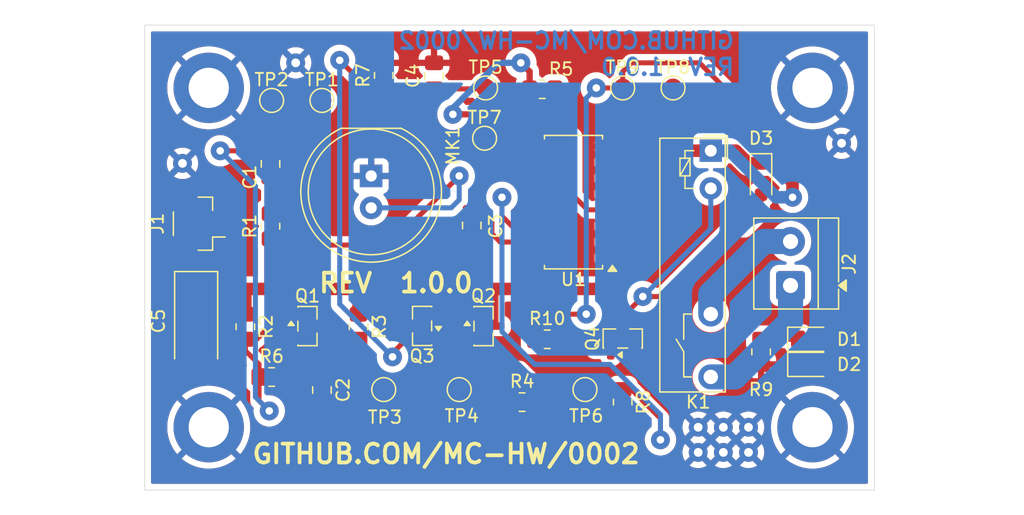
<source format=kicad_pcb>
(kicad_pcb (version 20241229) (generator "pcbnew") (generator_version "9.0")
  (title_block (title "Clap detector") (date "${CURRENT_DATE}") (rev "${VERSION}") (company "${GH_REPO}"))
  (layers (0 "F.Cu" signal) (2 "B.Cu" signal) (13 "F.Paste" user) (15 "B.Paste" user) (5 "F.SilkS" user "F.Silkscreen") (7 "B.SilkS" user "B.Silkscreen") (1 "F.Mask" user) (3 "B.Mask" user) (25 "Edge.Cuts" user))
  (property "GH_REPO" "GITHUB.COM/MC-HW/0002")
  (property "VERSION" " 1.0.0")
  (net 0 "")
  (net 1 "Net-(Q1-B)")
  (net 2 "Net-(MK1-+)")
  (net 3 "GNDD")
  (net 4 "Net-(Q1-E)")
  (net 5 "Net-(U1-Reset)")
  (net 6 "VDD")
  (net 7 "Net-(Q2-B)")
  (net 8 "Net-(D1-K)")
  (net 9 "Net-(D1-A)")
  (net 10 "Net-(D2-A)")
  (net 11 "Net-(D3-A)")
  (net 12 "Net-(J2-Pin_2)")
  (net 13 "Net-(J2-Pin_1)")
  (net 14 "Net-(Q1-C)")
  (net 15 "Net-(Q2-E)")
  (net 16 "Net-(Q4-B)")
  (net 17 "Net-(U1-Q2)")
  (footprint "TestPoint:TestPoint_Pad_D1.5mm" (layer "F.Cu") (at 145 109)
    (property "Reference" "TP4" (at 0.2 2.1 0) (layer "F.SilkS"))
    (property "Value" "3,3V")
    (fp_circle (center 0 0) (end 0 0.95) (stroke (width 0.12)) (fill no) (layer "F.SilkS"))
    (pad "1" smd circle (at 0 0) (size 1.5 1.5) (layers "F.Cu" "F.Mask") (net 4 "Net-(Q1-E)"))
  )
  (footprint "Capacitor_SMD:C_0805_2012Metric_Pad1.18x1.45mm_HandSolder" (layer "F.Cu") (at 143 84.0375 90)
    (property "Reference" "C4" (at 0 -1.68 90) (layer "F.SilkS"))
    (property "Value" "100n")
    (fp_line (start -0.261252 -0.735) (end 0.261252 -0.735) (stroke (width 0.12)) (layer "F.SilkS"))
    (fp_line (start -0.261252 0.735) (end 0.261252 0.735) (stroke (width 0.12)) (layer "F.SilkS"))
    (pad "1" smd roundrect (at -1.0375 0 90) (size 1.175 1.45) (layers "F.Cu" "F.Mask" "F.Paste") (roundrect_rratio 0.212766) (net 7 "Net-(Q2-B)"))
    (pad "2" smd roundrect (at 1.0375 0 90) (size 1.175 1.45) (layers "F.Cu" "F.Mask" "F.Paste") (roundrect_rratio 0.212766) (net 3 "GNDD"))
  )
  (footprint "TestPoint:TestPoint_THTPad_D1.5mm_Drill0.7mm" (layer "F.Cu") (at 175.4 89.4)
    (property "Reference" "REF**" (hide yes))
    (property "Value" "TestPoint_THTPad_D1.5mm_Drill0.7mm")
    (pad "1" thru_hole circle (at 0 0) (size 1.5 1.5) (drill 0.7) (layers "*.Cu" "*.Mask") (net 3 "GNDD"))
  )
  (footprint "LED_SMD:LED_0805_2012Metric_Pad1.15x1.40mm_HandSolder" (layer "F.Cu") (at 172.975 107)
    (property "Reference" "D2" (at 3.025 0 0) (layer "F.SilkS"))
    (property "Value" "RED")
    (fp_line (start -1.86 -0.96) (end -1.86 0.96) (stroke (width 0.12)) (layer "F.SilkS"))
    (fp_line (start -1.86 0.96) (end 1 0.96) (stroke (width 0.12)) (layer "F.SilkS"))
    (fp_line (start 1 -0.96) (end -1.86 -0.96) (stroke (width 0.12)) (layer "F.SilkS"))
    (pad "1" smd roundrect (at -1.025 0) (size 1.15 1.4) (layers "F.Cu" "F.Mask" "F.Paste") (roundrect_rratio 0.217391) (net 8 "Net-(D1-K)"))
    (pad "2" smd roundrect (at 1.025 0) (size 1.15 1.4) (layers "F.Cu" "F.Mask" "F.Paste") (roundrect_rratio 0.217391) (net 10 "Net-(D2-A)"))
  )
  (footprint "TestPoint:TestPoint_THTPad_D1.5mm_Drill0.7mm" (layer "F.Cu") (at 168 114)
    (property "Reference" "REF**" (hide yes))
    (property "Value" "TestPoint_THTPad_D1.5mm_Drill0.7mm")
    (pad "1" thru_hole circle (at 0 0) (size 1.5 1.5) (drill 0.7) (layers "*.Cu" "*.Mask") (net 3 "GNDD"))
  )
  (footprint "Resistor_SMD:R_0805_2012Metric_Pad1.20x1.40mm_HandSolder" (layer "F.Cu") (at 169 106 -90)
    (property "Reference" "R9" (at 3 0 180) (layer "F.SilkS"))
    (property "Value" "1k")
    (fp_line (start -0.227064 0.735) (end 0.227064 0.735) (stroke (width 0.12)) (layer "F.SilkS"))
    (fp_line (start -0.227064 -0.735) (end 0.227064 -0.735) (stroke (width 0.12)) (layer "F.SilkS"))
    (pad "1" smd roundrect (at -1 0 270) (size 1.2 1.4) (layers "F.Cu" "F.Mask" "F.Paste") (roundrect_rratio 0.208333) (net 8 "Net-(D1-K)"))
    (pad "2" smd roundrect (at 1 0 270) (size 1.2 1.4) (layers "F.Cu" "F.Mask" "F.Paste") (roundrect_rratio 0.208333) (net 3 "GNDD"))
  )
  (footprint "Capacitor_SMD:C_0805_2012Metric_Pad1.18x1.45mm_HandSolder" (layer "F.Cu") (at 134.0875 109.0375 -90)
    (property "Reference" "C2" (at 0 -1.68 90) (layer "F.SilkS"))
    (property "Value" "100n")
    (fp_line (start -0.261252 0.735) (end 0.261252 0.735) (stroke (width 0.12)) (layer "F.SilkS"))
    (fp_line (start -0.261252 -0.735) (end 0.261252 -0.735) (stroke (width 0.12)) (layer "F.SilkS"))
    (pad "1" smd roundrect (at -1.0375 0 270) (size 1.175 1.45) (layers "F.Cu" "F.Mask" "F.Paste") (roundrect_rratio 0.212766) (net 4 "Net-(Q1-E)"))
    (pad "2" smd roundrect (at 1.0375 0 270) (size 1.175 1.45) (layers "F.Cu" "F.Mask" "F.Paste") (roundrect_rratio 0.212766) (net 3 "GNDD"))
  )
  (footprint "Connector_JST:JST_SH_BM02B-SRSS-TB_1x02-1MP_P1.00mm_Vertical" (layer "F.Cu") (at 124.2875 95.8 90)
    (property "Reference" "J1" (at 0 -3.3 90) (layer "F.SilkS"))
    (property "Value" "9V")
    (fp_line (start -0.94 -2.01) (end 0.94 -2.01) (stroke (width 0.12)) (layer "F.SilkS"))
    (fp_line (start 2.11 -0.04) (end 2.11 1.11) (stroke (width 0.12)) (layer "F.SilkS"))
    (fp_line (start -2.11 -0.04) (end -2.11 1.11) (stroke (width 0.12)) (layer "F.SilkS"))
    (fp_line (start 2.11 1.11) (end 1.06 1.11) (stroke (width 0.12)) (layer "F.SilkS"))
    (fp_line (start -1.06 1.11) (end -1.06 2.1) (stroke (width 0.12)) (layer "F.SilkS"))
    (fp_line (start -2.11 1.11) (end -1.06 1.11) (stroke (width 0.12)) (layer "F.SilkS"))
    (pad "1" smd roundrect (at -0.5 1.325 90) (size 0.6 1.55) (layers "F.Cu" "F.Mask" "F.Paste") (net 6 "VDD"))
    (pad "2" smd roundrect (at 0.5 1.325 90) (size 0.6 1.55) (layers "F.Cu" "F.Mask" "F.Paste") (net 3 "GNDD"))
    (pad "MP" smd roundrect (at -1.8 -1.2 90) (size 1.2 1.8) (layers "F.Cu" "F.Mask" "F.Paste") (roundrect_rratio 0.208333) (net 3 "GNDD"))
    (pad "MP" smd roundrect (at 1.8 -1.2 90) (size 1.2 1.8) (layers "F.Cu" "F.Mask" "F.Paste") (roundrect_rratio 0.208333) (net 3 "GNDD"))
  )
  (footprint "LED_THT:LED_D10.0mm" (layer "F.Cu") (at 138 92 -90)
    (property "Reference" "MK1" (at -2.4 -6.5 90) (layer "F.SilkS"))
    (property "Value" "BCM-9765P")
    (fp_line (start -3.79 -2.376) (end -3.79 2.376) (stroke (width 0.12)) (layer "F.SilkS"))
    (fp_arc (start 6.86 0) (mid 2.487107 5.455891) (end -3.79 2.375816) (stroke (width 0.12)) (layer "F.SilkS"))
    (fp_arc (start -3.79 -2.375816) (mid 2.487107 -5.455891) (end 6.86 0) (stroke (width 0.12)) (layer "F.SilkS"))
    (fp_circle (center 1.27 0) (end 6.27 0) (stroke (width 0.12)) (fill no) (layer "F.SilkS"))
    (pad "1" thru_hole rect (at 0 0 270) (size 1.8 1.8) (drill 0.9) (layers "*.Cu" "*.Mask") (net 3 "GNDD"))
    (pad "2" thru_hole circle (at 2.54 0 270) (size 1.8 1.8) (drill 0.9) (layers "*.Cu" "*.Mask") (net 2 "Net-(MK1-+)"))
  )
  (footprint "TestPoint:TestPoint_THTPad_D1.5mm_Drill0.7mm" (layer "F.Cu") (at 123 91)
    (property "Reference" "REF**" (hide yes))
    (property "Value" "TestPoint_THTPad_D1.5mm_Drill0.7mm")
    (pad "1" thru_hole circle (at 0 0) (size 1.5 1.5) (drill 0.7) (layers "*.Cu" "*.Mask") (net 3 "GNDD"))
  )
  (footprint "MountingHole:MountingHole_3.2mm_M3_DIN965_Pad" (layer "F.Cu") (at 173.0875 111.9925)
    (property "Reference" "REF**" (hide yes))
    (property "Value" "MountingHole_3.2mm_M3_DIN965_Pad")
    (pad "1" thru_hole circle (at 0 0) (size 5.6 5.6) (drill 3.2) (layers "*.Cu" "*.Mask") (net 3 "GNDD"))
  )
  (footprint "Resistor_SMD:R_0805_2012Metric_Pad1.20x1.40mm_HandSolder" (layer "F.Cu") (at 151.6 85.1)
    (property "Reference" "R5" (at 1.5 -1.6 0) (layer "F.SilkS"))
    (property "Value" "100k")
    (fp_line (start -0.227064 -0.735) (end 0.227064 -0.735) (stroke (width 0.12)) (layer "F.SilkS"))
    (fp_line (start -0.227064 0.735) (end 0.227064 0.735) (stroke (width 0.12)) (layer "F.SilkS"))
    (pad "1" smd roundrect (at -1 0) (size 1.2 1.4) (layers "F.Cu" "F.Mask" "F.Paste") (roundrect_rratio 0.208333) (net 5 "Net-(U1-Reset)"))
    (pad "2" smd roundrect (at 1 0) (size 1.2 1.4) (layers "F.Cu" "F.Mask" "F.Paste") (roundrect_rratio 0.208333) (net 17 "Net-(U1-Q2)"))
  )
  (footprint "LED_SMD:LED_0805_2012Metric_Pad1.15x1.40mm_HandSolder" (layer "F.Cu") (at 172.975 105)
    (property "Reference" "D1" (at 3.025 0 0) (layer "F.SilkS"))
    (property "Value" "GREEN")
    (fp_line (start -1.86 -0.96) (end -1.86 0.96) (stroke (width 0.12)) (layer "F.SilkS"))
    (fp_line (start -1.86 0.96) (end 1 0.96) (stroke (width 0.12)) (layer "F.SilkS"))
    (fp_line (start 1 -0.96) (end -1.86 -0.96) (stroke (width 0.12)) (layer "F.SilkS"))
    (pad "1" smd roundrect (at -1.025 0) (size 1.15 1.4) (layers "F.Cu" "F.Mask" "F.Paste") (roundrect_rratio 0.217391) (net 8 "Net-(D1-K)"))
    (pad "2" smd roundrect (at 1.025 0) (size 1.15 1.4) (layers "F.Cu" "F.Mask" "F.Paste") (roundrect_rratio 0.217391) (net 9 "Net-(D1-A)"))
  )
  (footprint "TestPoint:TestPoint_Pad_D1.5mm" (layer "F.Cu") (at 155 109)
    (property "Reference" "TP6" (at 0.1 2.1 0) (layer "F.SilkS"))
    (property "Value" "2,6V")
    (fp_circle (center 0 0) (end 0 0.95) (stroke (width 0.12)) (fill no) (layer "F.SilkS"))
    (pad "1" smd circle (at 0 0) (size 1.5 1.5) (layers "F.Cu" "F.Mask") (net 15 "Net-(Q2-E)"))
  )
  (footprint "" (layer "F.Cu") (at 132 83)
    (property "Reference" "" (at 0 0 0) (layer "F.SilkS") (effects (font (size 1.27 1.27))))
    (property "Value" "")
    (pad "1" thru_hole circle (at 0 0) (size 1.5 1.5) (drill 0.7) (layers "*.Cu" "*.Mask") (net 3 "GNDD"))
  )
  (footprint "Package_SO:SOP-16_4.4x10.4mm_P1.27mm" (layer "F.Cu") (at 154.0875 94.0875 180)
    (property "Reference" "U1" (at 0 -6.15 0) (layer "F.SilkS"))
    (property "Value" "4017")
    (fp_line (start 2.31 5.31) (end -2.31 5.31) (stroke (width 0.12)) (layer "F.SilkS"))
    (fp_line (start 2.31 5.03) (end 2.31 5.31) (stroke (width 0.12)) (layer "F.SilkS"))
    (fp_line (start 2.31 -5.31) (end 2.31 -5.03) (stroke (width 0.12)) (layer "F.SilkS"))
    (fp_line (start -2.31 5.31) (end -2.31 5.03) (stroke (width 0.12)) (layer "F.SilkS"))
    (fp_line (start -2.31 -5.03) (end -2.31 -5.31) (stroke (width 0.12)) (layer "F.SilkS"))
    (fp_line (start -2.31 -5.31) (end 2.31 -5.31) (stroke (width 0.12)) (layer "F.SilkS"))
    (fp_poly (pts (xy -3.09 -5.03) (xy -3.43 -5.5) (xy -2.75 -5.5)) (stroke (width 0.12)) (fill yes) (layer "F.SilkS"))
    (pad "1" smd roundrect (at -3.0875 -4.445 180) (size 1.825 0.65) (layers "F.Cu" "F.Mask" "F.Paste"))
    (pad "2" smd roundrect (at -3.0875 -3.175 180) (size 1.825 0.65) (layers "F.Cu" "F.Mask" "F.Paste") (net 9 "Net-(D1-A)"))
    (pad "3" smd roundrect (at -3.0875 -1.905 180) (size 1.825 0.65) (layers "F.Cu" "F.Mask" "F.Paste") (net 10 "Net-(D2-A)"))
    (pad "4" smd roundrect (at -3.0875 -0.635 180) (size 1.825 0.65) (layers "F.Cu" "F.Mask" "F.Paste") (net 17 "Net-(U1-Q2)"))
    (pad "5" smd roundrect (at -3.0875 0.635 180) (size 1.825 0.65) (layers "F.Cu" "F.Mask" "F.Paste"))
    (pad "6" smd roundrect (at -3.0875 1.905 180) (size 1.825 0.65) (layers "F.Cu" "F.Mask" "F.Paste"))
    (pad "7" smd roundrect (at -3.0875 3.175 180) (size 1.825 0.65) (layers "F.Cu" "F.Mask" "F.Paste"))
    (pad "8" smd roundrect (at -3.0875 4.445 180) (size 1.825 0.65) (layers "F.Cu" "F.Mask" "F.Paste") (net 3 "GNDD"))
    (pad "9" smd roundrect (at 3.0875 4.445 180) (size 1.825 0.65) (layers "F.Cu" "F.Mask" "F.Paste"))
    (pad "10" smd roundrect (at 3.0875 3.175 180) (size 1.825 0.65) (layers "F.Cu" "F.Mask" "F.Paste"))
    (pad "11" smd roundrect (at 3.0875 1.905 180) (size 1.825 0.65) (layers "F.Cu" "F.Mask" "F.Paste"))
    (pad "12" smd roundrect (at 3.0875 0.635 180) (size 1.825 0.65) (layers "F.Cu" "F.Mask" "F.Paste"))
    (pad "13" smd roundrect (at 3.0875 -0.635 180) (size 1.825 0.65) (layers "F.Cu" "F.Mask" "F.Paste") (net 3 "GNDD"))
    (pad "14" smd roundrect (at 3.0875 -1.905 180) (size 1.825 0.65) (layers "F.Cu" "F.Mask" "F.Paste") (net 15 "Net-(Q2-E)"))
    (pad "15" smd roundrect (at 3.0875 -3.175 180) (size 1.825 0.65) (layers "F.Cu" "F.Mask" "F.Paste") (net 5 "Net-(U1-Reset)"))
    (pad "16" smd roundrect (at 3.0875 -4.445 180) (size 1.825 0.65) (layers "F.Cu" "F.Mask" "F.Paste") (net 6 "VDD"))
  )
  (footprint "MountingHole:MountingHole_3.2mm_M3_DIN965_Pad" (layer "F.Cu") (at 125.0875 111.9925)
    (property "Reference" "REF**" (hide yes))
    (property "Value" "MountingHole_3.2mm_M3_DIN965_Pad")
    (pad "1" thru_hole circle (at 0 0) (size 5.6 5.6) (drill 3.2) (layers "*.Cu" "*.Mask") (net 3 "GNDD"))
  )
  (footprint "TestPoint:TestPoint_Pad_D1.5mm" (layer "F.Cu") (at 139 109)
    (property "Reference" "TP3" (at 0.1 2.2 0) (layer "F.SilkS"))
    (property "Value" "11,4V")
    (fp_circle (center 0 0) (end 0 0.95) (stroke (width 0.12)) (fill no) (layer "F.SilkS"))
    (pad "1" smd circle (at 0 0) (size 1.5 1.5) (layers "F.Cu" "F.Mask") (net 14 "Net-(Q1-C)"))
  )
  (footprint "Capacitor_SMD:C_0805_2012Metric_Pad1.18x1.45mm_HandSolder" (layer "F.Cu") (at 146 95.9375 90)
    (property "Reference" "C3" (at -0.0625 1.9 270) (layer "F.SilkS"))
    (property "Value" "100n")
    (fp_line (start -0.261252 -0.735) (end 0.261252 -0.735) (stroke (width 0.12)) (layer "F.SilkS"))
    (fp_line (start -0.261252 0.735) (end 0.261252 0.735) (stroke (width 0.12)) (layer "F.SilkS"))
    (pad "1" smd roundrect (at -1.0375 0 90) (size 1.175 1.45) (layers "F.Cu" "F.Mask" "F.Paste") (roundrect_rratio 0.212766) (net 6 "VDD"))
    (pad "2" smd roundrect (at 1.0375 0 90) (size 1.175 1.45) (layers "F.Cu" "F.Mask" "F.Paste") (roundrect_rratio 0.212766) (net 5 "Net-(U1-Reset)"))
  )
  (footprint "TestPoint:TestPoint_Pad_D1.5mm" (layer "F.Cu") (at 158 85)
    (property "Reference" "TP9" (at 0 -1.648 0) (layer "F.SilkS"))
    (property "Value" "10,5V")
    (fp_circle (center 0 0) (end 0 0.95) (stroke (width 0.12)) (fill no) (layer "F.SilkS"))
    (pad "1" smd circle (at 0 0) (size 1.5 1.5) (layers "F.Cu" "F.Mask") (net 10 "Net-(D2-A)"))
  )
  (footprint "Capacitor_Tantalum_SMD:CP_EIA-6032-28_Kemet-C_HandSolder" (layer "F.Cu") (at 124.0875 103.55 -90)
    (property "Reference" "C5" (at 0 3 90) (layer "F.SilkS"))
    (property "Value" "100u")
    (fp_line (start -3.94 1.71) (end 3 1.71) (stroke (width 0.12)) (layer "F.SilkS"))
    (fp_line (start -3.94 -1.71) (end -3.94 1.71) (stroke (width 0.12)) (layer "F.SilkS"))
    (fp_line (start 3 -1.71) (end -3.94 -1.71) (stroke (width 0.12)) (layer "F.SilkS"))
    (pad "1" smd roundrect (at -2.5575 0 270) (size 2.245 2.39) (layers "F.Cu" "F.Mask" "F.Paste") (roundrect_rratio 0.111359) (net 6 "VDD"))
    (pad "2" smd roundrect (at 2.5575 0 270) (size 2.245 2.39) (layers "F.Cu" "F.Mask" "F.Paste") (roundrect_rratio 0.111359) (net 3 "GNDD"))
  )
  (footprint "Capacitor_SMD:C_0805_2012Metric_Pad1.18x1.45mm_HandSolder" (layer "F.Cu") (at 130 91.0375 -90)
    (property "Reference" "C1" (at 1.0625 1.65 90) (layer "F.SilkS"))
    (property "Value" "100n")
    (fp_line (start -0.261252 0.735) (end 0.261252 0.735) (stroke (width 0.12)) (layer "F.SilkS"))
    (fp_line (start -0.261252 -0.735) (end 0.261252 -0.735) (stroke (width 0.12)) (layer "F.SilkS"))
    (pad "1" smd roundrect (at -1.0375 0 270) (size 1.175 1.45) (layers "F.Cu" "F.Mask" "F.Paste") (roundrect_rratio 0.212766) (net 1 "Net-(Q1-B)"))
    (pad "2" smd roundrect (at 1.0375 0 270) (size 1.175 1.45) (layers "F.Cu" "F.Mask" "F.Paste") (roundrect_rratio 0.212766) (net 2 "Net-(MK1-+)"))
  )
  (footprint "TestPoint:TestPoint_THTPad_D1.5mm_Drill0.7mm" (layer "F.Cu") (at 164 114)
    (property "Reference" "REF**" (hide yes))
    (property "Value" "TestPoint_THTPad_D1.5mm_Drill0.7mm")
    (pad "1" thru_hole circle (at 0 0) (size 1.5 1.5) (drill 0.7) (layers "*.Cu" "*.Mask") (net 3 "GNDD"))
  )
  (footprint "Resistor_SMD:R_0805_2012Metric_Pad1.20x1.40mm_HandSolder" (layer "F.Cu") (at 150 110)
    (property "Reference" "R4" (at 0 -1.65 0) (layer "F.SilkS"))
    (property "Value" "100k")
    (fp_line (start -0.227064 -0.735) (end 0.227064 -0.735) (stroke (width 0.12)) (layer "F.SilkS"))
    (fp_line (start -0.227064 0.735) (end 0.227064 0.735) (stroke (width 0.12)) (layer "F.SilkS"))
    (pad "1" smd roundrect (at -1 0) (size 1.2 1.4) (layers "F.Cu" "F.Mask" "F.Paste") (roundrect_rratio 0.208333) (net 4 "Net-(Q1-E)"))
    (pad "2" smd roundrect (at 1 0) (size 1.2 1.4) (layers "F.Cu" "F.Mask" "F.Paste") (roundrect_rratio 0.208333) (net 15 "Net-(Q2-E)"))
  )
  (footprint "Package_TO_SOT_SMD:SOT-23" (layer "F.Cu") (at 158 104.9375 90)
    (property "Reference" "Q4" (at 0 -2.4 90) (layer "F.SilkS"))
    (property "Value" "BC847B")
    (fp_line (start 0.76 -1.56) (end 0.76 -0.56) (stroke (width 0.12)) (layer "F.SilkS"))
    (fp_line (start -0.76 -1.56) (end 0.76 -1.56) (stroke (width 0.12)) (layer "F.SilkS"))
    (fp_line (start -0.76 -1.51) (end -0.76 -1.56) (stroke (width 0.12)) (layer "F.SilkS"))
    (fp_line (start -0.76 0.39) (end -0.76 -0.39) (stroke (width 0.12)) (layer "F.SilkS"))
    (fp_line (start 0.76 0.56) (end 0.76 1.56) (stroke (width 0.12)) (layer "F.SilkS"))
    (fp_line (start 0.76 1.56) (end -0.76 1.56) (stroke (width 0.12)) (layer "F.SilkS"))
    (fp_line (start -0.76 1.56) (end -0.76 1.51) (stroke (width 0.12)) (layer "F.SilkS"))
    (fp_poly (pts (xy -1.3 -0.38) (xy -1.06 -0.05) (xy -1.54 -0.05)) (stroke (width 0.12)) (fill yes) (layer "F.SilkS"))
    (pad "1" smd roundrect (at -0.9375 -0.95 90) (size 1.475 0.6) (layers "F.Cu" "F.Mask" "F.Paste") (net 16 "Net-(Q4-B)"))
    (pad "2" smd roundrect (at -0.9375 0.95 90) (size 1.475 0.6) (layers "F.Cu" "F.Mask" "F.Paste") (net 3 "GNDD"))
    (pad "3" smd roundrect (at 0.9375 0 90) (size 1.475 0.6) (layers "F.Cu" "F.Mask" "F.Paste") (net 11 "Net-(D3-A)"))
  )
  (footprint "Resistor_SMD:R_0805_2012Metric_Pad1.20x1.40mm_HandSolder" (layer "F.Cu") (at 130.0875 108)
    (property "Reference" "R6" (at 0 -1.65 0) (layer "F.SilkS"))
    (property "Value" "47k")
    (fp_line (start -0.227064 -0.735) (end 0.227064 -0.735) (stroke (width 0.12)) (layer "F.SilkS"))
    (fp_line (start -0.227064 0.735) (end 0.227064 0.735) (stroke (width 0.12)) (layer "F.SilkS"))
    (pad "1" smd roundrect (at -1 0) (size 1.2 1.4) (layers "F.Cu" "F.Mask" "F.Paste") (roundrect_rratio 0.208333) (net 1 "Net-(Q1-B)"))
    (pad "2" smd roundrect (at 1 0) (size 1.2 1.4) (layers "F.Cu" "F.Mask" "F.Paste") (roundrect_rratio 0.208333) (net 3 "GNDD"))
  )
  (footprint "TestPoint:TestPoint_THTPad_D1.5mm_Drill0.7mm" (layer "F.Cu") (at 166 114)
    (property "Reference" "REF**" (hide yes))
    (property "Value" "TestPoint_THTPad_D1.5mm_Drill0.7mm")
    (pad "1" thru_hole circle (at 0 0) (size 1.5 1.5) (drill 0.7) (layers "*.Cu" "*.Mask") (net 3 "GNDD"))
  )
  (footprint "MountingHole:MountingHole_3.2mm_M3_DIN965_Pad" (layer "F.Cu") (at 125.0875 84.9925)
    (property "Reference" "REF**" (hide yes))
    (property "Value" "MountingHole_3.2mm_M3_DIN965_Pad")
    (pad "1" thru_hole circle (at 0 0) (size 5.6 5.6) (drill 3.2) (layers "*.Cu" "*.Mask") (net 3 "GNDD"))
  )
  (footprint "Diode_SMD:D_SOD-323_HandSoldering" (layer "F.Cu") (at 169 92.2425 -90)
    (property "Reference" "D3" (at -3.2425 0 180) (layer "F.SilkS"))
    (property "Value" "1N4148")
    (fp_line (start -2.01 0.85) (end 1.25 0.85) (stroke (width 0.12)) (layer "F.SilkS"))
    (fp_line (start -2.01 -0.85) (end -2.01 0.85) (stroke (width 0.12)) (layer "F.SilkS"))
    (fp_line (start -2.01 -0.85) (end 1.25 -0.85) (stroke (width 0.12)) (layer "F.SilkS"))
    (pad "1" smd roundrect (at -1.25 0 270) (size 1 1) (layers "F.Cu" "F.Mask" "F.Paste") (net 6 "VDD"))
    (pad "2" smd roundrect (at 1.25 0 270) (size 1 1) (layers "F.Cu" "F.Mask" "F.Paste") (net 11 "Net-(D3-A)"))
  )
  (footprint "TestPoint:TestPoint_THTPad_D1.5mm_Drill0.7mm" (layer "F.Cu") (at 164 112)
    (property "Reference" "REF**" (hide yes))
    (property "Value" "TestPoint_THTPad_D1.5mm_Drill0.7mm")
    (pad "1" thru_hole circle (at 0 0) (size 1.5 1.5) (drill 0.7) (layers "*.Cu" "*.Mask") (net 3 "GNDD"))
  )
  (footprint "TestPoint:TestPoint_Pad_D1.5mm" (layer "F.Cu") (at 147.02 89)
    (property "Reference" "TP7" (at 0 -1.648 0) (layer "F.SilkS"))
    (property "Value" "0V")
    (fp_circle (center 0 0) (end 0 0.95) (stroke (width 0.12)) (fill no) (layer "F.SilkS"))
    (pad "1" smd circle (at 0 0) (size 1.5 1.5) (layers "F.Cu" "F.Mask") (net 5 "Net-(U1-Reset)"))
  )
  (footprint "Resistor_SMD:R_0805_2012Metric_Pad1.20x1.40mm_HandSolder" (layer "F.Cu") (at 152 105)
    (property "Reference" "R10" (at 0 -1.65 0) (layer "F.SilkS"))
    (property "Value" "4,7k")
    (fp_line (start -0.227064 -0.735) (end 0.227064 -0.735) (stroke (width 0.12)) (layer "F.SilkS"))
    (fp_line (start -0.227064 0.735) (end 0.227064 0.735) (stroke (width 0.12)) (layer "F.SilkS"))
    (pad "1" smd roundrect (at -1 0) (size 1.2 1.4) (layers "F.Cu" "F.Mask" "F.Paste") (roundrect_rratio 0.208333) (net 10 "Net-(D2-A)"))
    (pad "2" smd roundrect (at 1 0) (size 1.2 1.4) (layers "F.Cu" "F.Mask" "F.Paste") (roundrect_rratio 0.208333) (net 16 "Net-(Q4-B)"))
  )
  (footprint "Relay_THT:Relay_SPST_TE_PCN-1xxD3MHZ" (layer "F.Cu") (at 165 90.9925 -90)
    (property "Reference" "K1" (at 19 1 0) (layer "F.SilkS"))
    (property "Value" "HF49FD 012-1H11")
    (fp_line (start -2 4.05) (end 18.2 4.05) (stroke (width 0.12)) (layer "F.SilkS"))
    (fp_line (start 18.2 4.05) (end 18.2 -1.15) (stroke (width 0.12)) (layer "F.SilkS"))
    (fp_line (start -0.4 2.45) (end -0.4 2.05) (stroke (width 0.12)) (layer "F.SilkS"))
    (fp_line (start 1 2.45) (end -0.4 2.45) (stroke (width 0.12)) (layer "F.SilkS"))
    (fp_line (start 12 2.15) (end 12 1.55) (stroke (width 0.12)) (layer "F.SilkS"))
    (fp_line (start 14 2.15) (end 12 2.15) (stroke (width 0.12)) (layer "F.SilkS"))
    (fp_line (start 15 2.15) (end 14 2.75) (stroke (width 0.12)) (layer "F.SilkS"))
    (fp_line (start 17 2.15) (end 15 2.15) (stroke (width 0.12)) (layer "F.SilkS"))
    (fp_line (start -1 2.05) (end -0.4 2.05) (stroke (width 0.12)) (layer "F.SilkS"))
    (fp_line (start -0.4 2.05) (end -0.4 1.65) (stroke (width 0.12)) (layer "F.SilkS"))
    (fp_line (start 1 2.05) (end 2 2.05) (stroke (width 0.12)) (layer "F.SilkS"))
    (fp_line (start 2 2.05) (end 2 1.35) (stroke (width 0.12)) (layer "F.SilkS"))
    (fp_line (start -0.4 1.65) (end 1 2.45) (stroke (width 0.12)) (layer "F.SilkS"))
    (fp_line (start -0.4 1.65) (end 1 1.65) (stroke (width 0.12)) (layer "F.SilkS"))
    (fp_line (start 1 1.65) (end 1 2.45) (stroke (width 0.12)) (layer "F.SilkS"))
    (fp_line (start 17 1.55) (end 17 2.15) (stroke (width 0.12)) (layer "F.SilkS"))
    (fp_line (start -1 1.35) (end -1 2.05) (stroke (width 0.12)) (layer "F.SilkS"))
    (fp_line (start -2.2 0.53) (end -2.2 -1.32) (stroke (width 0.12)) (layer "F.SilkS"))
    (fp_line (start -2 -1.15) (end -2 4.05) (stroke (width 0.12)) (layer "F.SilkS"))
    (fp_line (start 18.2 -1.15) (end -2 -1.15) (stroke (width 0.12)) (layer "F.SilkS"))
    (fp_line (start -2.2 -1.32) (end -0.3 -1.32) (stroke (width 0.12)) (layer "F.SilkS"))
    (pad "1" thru_hole rect (at -1 0 270) (size 1.778 1.778) (drill 0.95) (layers "*.Cu" "*.Mask") (net 6 "VDD"))
    (pad "2" thru_hole circle (at 2 0 270) (size 1.778 1.778) (drill 0.95) (layers "*.Cu" "*.Mask") (net 11 "Net-(D3-A)"))
    (pad "3" thru_hole circle (at 12 0 270) (size 1.9 1.9) (drill 1.15) (layers "*.Cu" "*.Mask") (net 12 "Net-(J2-Pin_2)"))
    (pad "4" thru_hole circle (at 17 0 270) (size 1.9 1.9) (drill 1.15) (layers "*.Cu" "*.Mask") (net 13 "Net-(J2-Pin_1)"))
  )
  (footprint "TestPoint:TestPoint_Pad_D1.5mm" (layer "F.Cu") (at 162 85)
    (property "Reference" "TP8" (at 0 -1.648 0) (layer "F.SilkS"))
    (property "Value" "10,5V")
    (fp_circle (center 0 0) (end 0 0.95) (stroke (width 0.12)) (fill no) (layer "F.SilkS"))
    (pad "1" smd circle (at 0 0) (size 1.5 1.5) (layers "F.Cu" "F.Mask") (net 9 "Net-(D1-A)"))
  )
  (footprint "Resistor_SMD:R_0805_2012Metric_Pad1.20x1.40mm_HandSolder" (layer "F.Cu") (at 139 84 90)
    (property "Reference" "R7" (at 0 -1.65 90) (layer "F.SilkS"))
    (property "Value" "10M")
    (fp_line (start -0.227064 -0.735) (end 0.227064 -0.735) (stroke (width 0.12)) (layer "F.SilkS"))
    (fp_line (start -0.227064 0.735) (end 0.227064 0.735) (stroke (width 0.12)) (layer "F.SilkS"))
    (pad "1" smd roundrect (at -1 0 90) (size 1.2 1.4) (layers "F.Cu" "F.Mask" "F.Paste") (roundrect_rratio 0.208333) (net 7 "Net-(Q2-B)"))
    (pad "2" smd roundrect (at 1 0 90) (size 1.2 1.4) (layers "F.Cu" "F.Mask" "F.Paste") (roundrect_rratio 0.208333) (net 3 "GNDD"))
  )
  (footprint "Package_TO_SOT_SMD:SOT-23" (layer "F.Cu") (at 142.05 103.9375 180)
    (property "Reference" "Q3" (at 0 -2.4 0) (layer "F.SilkS"))
    (property "Value" "BCV26")
    (fp_line (start 0.76 1.56) (end -0.76 1.56) (stroke (width 0.12)) (layer "F.SilkS"))
    (fp_line (start 0.76 0.56) (end 0.76 1.56) (stroke (width 0.12)) (layer "F.SilkS"))
    (fp_line (start 0.76 -1.56) (end 0.76 -0.56) (stroke (width 0.12)) (layer "F.SilkS"))
    (fp_line (start -0.76 1.56) (end -0.76 1.51) (stroke (width 0.12)) (layer "F.SilkS"))
    (fp_line (start -0.76 0.39) (end -0.76 -0.39) (stroke (width 0.12)) (layer "F.SilkS"))
    (fp_line (start -0.76 -1.51) (end -0.76 -1.56) (stroke (width 0.12)) (layer "F.SilkS"))
    (fp_line (start -0.76 -1.56) (end 0.76 -1.56) (stroke (width 0.12)) (layer "F.SilkS"))
    (fp_poly (pts (xy -1.3 -0.38) (xy -1.06 -0.05) (xy -1.54 -0.05)) (stroke (width 0.12)) (fill yes) (layer "F.SilkS"))
    (pad "1" smd roundrect (at -0.9375 -0.95 180) (size 1.475 0.6) (layers "F.Cu" "F.Mask" "F.Paste") (net 14 "Net-(Q1-C)"))
    (pad "2" smd roundrect (at -0.9375 0.95 180) (size 1.475 0.6) (layers "F.Cu" "F.Mask" "F.Paste") (net 6 "VDD"))
    (pad "3" smd roundrect (at 0.9375 0 180) (size 1.475 0.6) (layers "F.Cu" "F.Mask" "F.Paste") (net 7 "Net-(Q2-B)"))
  )
  (footprint "TestPoint:TestPoint_THTPad_D1.5mm_Drill0.7mm" (layer "F.Cu") (at 166 112)
    (property "Reference" "REF**" (hide yes))
    (property "Value" "TestPoint_THTPad_D1.5mm_Drill0.7mm")
    (pad "1" thru_hole circle (at 0 0) (size 1.5 1.5) (drill 0.7) (layers "*.Cu" "*.Mask") (net 3 "GNDD"))
  )
  (footprint "TestPoint:TestPoint_Pad_D1.5mm" (layer "F.Cu") (at 130.0875 85.9925)
    (property "Reference" "TP2" (at 0 -1.648 0) (layer "F.SilkS"))
    (property "Value" "3,85V")
    (fp_circle (center 0 0) (end 0 0.95) (stroke (width 0.12)) (fill no) (layer "F.SilkS"))
    (pad "1" smd circle (at 0 0) (size 1.5 1.5) (layers "F.Cu" "F.Mask") (net 1 "Net-(Q1-B)"))
  )
  (footprint "TerminalBlock_MetzConnect:TerminalBlock_MetzConnect_Type059_RT06302HBWC_1x02_P3.50mm_Horizontal" (layer "F.Cu") (at 171.34 100.72 90)
    (property "Reference" "J2" (at 1.72 4.66 270) (layer "F.SilkS"))
    (property "Value" "OUT")
    (fp_line (start 5.37 -2.92) (end 5.37 3.82) (stroke (width 0.12)) (layer "F.SilkS"))
    (fp_line (start -1.87 -2.92) (end 5.37 -2.92) (stroke (width 0.12)) (layer "F.SilkS"))
    (fp_line (start -1.87 2.2) (end 5.37 2.2) (stroke (width 0.12)) (layer "F.SilkS"))
    (fp_line (start 5.37 3.82) (end 0.3 3.82) (stroke (width 0.12)) (layer "F.SilkS"))
    (fp_line (start -0.3 3.82) (end -1.87 3.82) (stroke (width 0.12)) (layer "F.SilkS"))
    (fp_line (start -1.87 3.82) (end -1.87 -2.92) (stroke (width 0.12)) (layer "F.SilkS"))
    (fp_poly (pts (xy 0 3.82) (xy 0.44 4.43) (xy -0.44 4.43)) (stroke (width 0.12)) (fill yes) (layer "F.SilkS"))
    (pad "1" thru_hole roundrect (at 0 0 90) (size 2.3 2.3) (drill 1.2) (layers "*.Cu" "*.Mask") (roundrect_rratio 0.108696) (net 13 "Net-(J2-Pin_1)"))
    (pad "2" thru_hole circle (at 3.5 0 90) (size 2.3 2.3) (drill 1.2) (layers "*.Cu" "*.Mask") (net 12 "Net-(J2-Pin_2)"))
  )
  (footprint "TestPoint:TestPoint_Pad_D1.5mm" (layer "F.Cu") (at 134.0875 85.9925)
    (property "Reference" "TP1" (at 0 -1.648 0) (layer "F.SilkS"))
    (property "Value" "6..11V")
    (fp_circle (center 0 0) (end 0 0.95) (stroke (width 0.12)) (fill no) (layer "F.SilkS"))
    (pad "1" smd circle (at 0 0) (size 1.5 1.5) (layers "F.Cu" "F.Mask") (net 2 "Net-(MK1-+)"))
  )
  (footprint "Package_TO_SOT_SMD:SOT-23" (layer "F.Cu") (at 146.9375 103.95)
    (property "Reference" "Q2" (at 0 -2.4 0) (layer "F.SilkS"))
    (property "Value" "BC847B")
    (fp_line (start -0.76 -1.56) (end 0.76 -1.56) (stroke (width 0.12)) (layer "F.SilkS"))
    (fp_line (start -0.76 -1.51) (end -0.76 -1.56) (stroke (width 0.12)) (layer "F.SilkS"))
    (fp_line (start -0.76 0.39) (end -0.76 -0.39) (stroke (width 0.12)) (layer "F.SilkS"))
    (fp_line (start -0.76 1.56) (end -0.76 1.51) (stroke (width 0.12)) (layer "F.SilkS"))
    (fp_line (start 0.76 -1.56) (end 0.76 -0.56) (stroke (width 0.12)) (layer "F.SilkS"))
    (fp_line (start 0.76 0.56) (end 0.76 1.56) (stroke (width 0.12)) (layer "F.SilkS"))
    (fp_line (start 0.76 1.56) (end -0.76 1.56) (stroke (width 0.12)) (layer "F.SilkS"))
    (fp_poly (pts (xy -1.3 -0.38) (xy -1.06 -0.05) (xy -1.54 -0.05)) (stroke (width 0.12)) (fill yes) (layer "F.SilkS"))
    (pad "1" smd roundrect (at -0.9375 -0.95) (size 1.475 0.6) (layers "F.Cu" "F.Mask" "F.Paste") (net 7 "Net-(Q2-B)"))
    (pad "2" smd roundrect (at -0.9375 0.95) (size 1.475 0.6) (layers "F.Cu" "F.Mask" "F.Paste") (net 15 "Net-(Q2-E)"))
    (pad "3" smd roundrect (at 0.9375 0) (size 1.475 0.6) (layers "F.Cu" "F.Mask" "F.Paste") (net 6 "VDD"))
  )
  (footprint "Package_TO_SOT_SMD:SOT-23" (layer "F.Cu") (at 132.9375 103.95)
    (property "Reference" "Q1" (at 0 -2.4 0) (layer "F.SilkS"))
    (property "Value" "BC847B")
    (fp_line (start -0.76 -1.56) (end 0.76 -1.56) (stroke (width 0.12)) (layer "F.SilkS"))
    (fp_line (start -0.76 -1.51) (end -0.76 -1.56) (stroke (width 0.12)) (layer "F.SilkS"))
    (fp_line (start -0.76 0.39) (end -0.76 -0.39) (stroke (width 0.12)) (layer "F.SilkS"))
    (fp_line (start -0.76 1.56) (end -0.76 1.51) (stroke (width 0.12)) (layer "F.SilkS"))
    (fp_line (start 0.76 -1.56) (end 0.76 -0.56) (stroke (width 0.12)) (layer "F.SilkS"))
    (fp_line (start 0.76 0.56) (end 0.76 1.56) (stroke (width 0.12)) (layer "F.SilkS"))
    (fp_line (start 0.76 1.56) (end -0.76 1.56) (stroke (width 0.12)) (layer "F.SilkS"))
    (fp_poly (pts (xy -1.3 -0.38) (xy -1.06 -0.05) (xy -1.54 -0.05)) (stroke (width 0.12)) (fill yes) (layer "F.SilkS"))
    (pad "1" smd roundrect (at -0.9375 -0.95) (size 1.475 0.6) (layers "F.Cu" "F.Mask" "F.Paste") (net 1 "Net-(Q1-B)"))
    (pad "2" smd roundrect (at -0.9375 0.95) (size 1.475 0.6) (layers "F.Cu" "F.Mask" "F.Paste") (net 4 "Net-(Q1-E)"))
    (pad "3" smd roundrect (at 0.9375 0) (size 1.475 0.6) (layers "F.Cu" "F.Mask" "F.Paste") (net 14 "Net-(Q1-C)"))
  )
  (footprint "Resistor_SMD:R_0805_2012Metric_Pad1.20x1.40mm_HandSolder" (layer "F.Cu") (at 128 104 -90)
    (property "Reference" "R2" (at 0 -1.65 90) (layer "F.SilkS"))
    (property "Value" "100k")
    (fp_line (start -0.227064 0.735) (end 0.227064 0.735) (stroke (width 0.12)) (layer "F.SilkS"))
    (fp_line (start -0.227064 -0.735) (end 0.227064 -0.735) (stroke (width 0.12)) (layer "F.SilkS"))
    (pad "1" smd roundrect (at -1 0 270) (size 1.2 1.4) (layers "F.Cu" "F.Mask" "F.Paste") (roundrect_rratio 0.208333) (net 6 "VDD"))
    (pad "2" smd roundrect (at 1 0 270) (size 1.2 1.4) (layers "F.Cu" "F.Mask" "F.Paste") (roundrect_rratio 0.208333) (net 1 "Net-(Q1-B)"))
  )
  (footprint "Resistor_SMD:R_0805_2012Metric_Pad1.20x1.40mm_HandSolder" (layer "F.Cu") (at 158 110 -90)
    (property "Reference" "R8" (at 0 -1.65 90) (layer "F.SilkS"))
    (property "Value" "100k")
    (fp_line (start -0.227064 0.735) (end 0.227064 0.735) (stroke (width 0.12)) (layer "F.SilkS"))
    (fp_line (start -0.227064 -0.735) (end 0.227064 -0.735) (stroke (width 0.12)) (layer "F.SilkS"))
    (pad "1" smd roundrect (at -1 0 270) (size 1.2 1.4) (layers "F.Cu" "F.Mask" "F.Paste") (roundrect_rratio 0.208333) (net 15 "Net-(Q2-E)"))
    (pad "2" smd roundrect (at 1 0 270) (size 1.2 1.4) (layers "F.Cu" "F.Mask" "F.Paste") (roundrect_rratio 0.208333) (net 3 "GNDD"))
  )
  (footprint "TestPoint:TestPoint_Pad_D1.5mm" (layer "F.Cu") (at 147.1 85)
    (property "Reference" "TP5" (at 0 -1.648 0) (layer "F.SilkS"))
    (property "Value" "?")
    (fp_circle (center 0 0) (end 0 0.95) (stroke (width 0.12)) (fill no) (layer "F.SilkS"))
    (pad "1" smd circle (at 0 0) (size 1.5 1.5) (layers "F.Cu" "F.Mask") (net 7 "Net-(Q2-B)"))
  )
  (footprint "Resistor_SMD:R_0805_2012Metric_Pad1.20x1.40mm_HandSolder" (layer "F.Cu") (at 130 96 90)
    (property "Reference" "R1" (at 0 -1.65 90) (layer "F.SilkS"))
    (property "Value" "10k")
    (fp_line (start -0.227064 -0.735) (end 0.227064 -0.735) (stroke (width 0.12)) (layer "F.SilkS"))
    (fp_line (start -0.227064 0.735) (end 0.227064 0.735) (stroke (width 0.12)) (layer "F.SilkS"))
    (pad "1" smd roundrect (at -1 0 90) (size 1.2 1.4) (layers "F.Cu" "F.Mask" "F.Paste") (roundrect_rratio 0.208333) (net 6 "VDD"))
    (pad "2" smd roundrect (at 1 0 90) (size 1.2 1.4) (layers "F.Cu" "F.Mask" "F.Paste") (roundrect_rratio 0.208333) (net 2 "Net-(MK1-+)"))
  )
  (footprint "MountingHole:MountingHole_3.2mm_M3_DIN965_Pad" (layer "F.Cu") (at 173.0875 84.9925)
    (property "Reference" "REF**" (hide yes))
    (property "Value" "MountingHole_3.2mm_M3_DIN965_Pad")
    (pad "1" thru_hole circle (at 0 0) (size 5.6 5.6) (drill 3.2) (layers "*.Cu" "*.Mask") (net 3 "GNDD"))
  )
  (footprint "TestPoint:TestPoint_THTPad_D1.5mm_Drill0.7mm" (layer "F.Cu") (at 168 112)
    (property "Reference" "REF**" (hide yes))
    (property "Value" "TestPoint_THTPad_D1.5mm_Drill0.7mm")
    (pad "1" thru_hole circle (at 0 0) (size 1.5 1.5) (drill 0.7) (layers "*.Cu" "*.Mask") (net 3 "GNDD"))
  )
  (footprint "Resistor_SMD:R_0805_2012Metric_Pad1.20x1.40mm_HandSolder" (layer "F.Cu") (at 137 104 -90)
    (property "Reference" "R3" (at 0 -1.65 90) (layer "F.SilkS"))
    (property "Value" "100k")
    (fp_line (start -0.227064 0.735) (end 0.227064 0.735) (stroke (width 0.12)) (layer "F.SilkS"))
    (fp_line (start -0.227064 -0.735) (end 0.227064 -0.735) (stroke (width 0.12)) (layer "F.SilkS"))
    (pad "1" smd roundrect (at -1 0 270) (size 1.2 1.4) (layers "F.Cu" "F.Mask" "F.Paste") (roundrect_rratio 0.208333) (net 6 "VDD"))
    (pad "2" smd roundrect (at 1 0 270) (size 1.2 1.4) (layers "F.Cu" "F.Mask" "F.Paste") (roundrect_rratio 0.208333) (net 14 "Net-(Q1-C)"))
  )
  (gr_rect (start 120 80) (end 178 117) (stroke (width 0.05)) (fill no) (layer "Edge.Cuts"))
  (gr_text "${GH_REPO}\nREV ${VERSION}" (at 167 84.1 0) (layer "B.Cu") (effects (font (size 1.3 1.3) (thickness 0.26) (bold yes)) (justify left bottom mirror)))
  (gr_text "${GH_REPO}" (at 128.4 115 0) (layer "F.SilkS") (effects (font (size 1.5 1.5) (thickness 0.3) (bold yes)) (justify left bottom)))
  (gr_text "REV ${VERSION}" (at 133.7 101.4 0) (layer "F.SilkS") (effects (font (size 1.5 1.5) (thickness 0.3) (bold yes)) (justify left bottom)))
  (segment (start 130.9 103) (end 132 103) (width 0.4) (layer "F.Cu") (net 1))
  (segment (start 128 105) (end 128.9 105) (width 0.4) (layer "F.Cu") (net 1))
  (segment (start 130 90) (end 129.275 90) (width 0.4) (layer "F.Cu") (net 1))
  (segment (start 129.0875 108) (end 129.0875 106.9875) (width 0.4) (layer "F.Cu") (net 1))
  (segment (start 129.0875 109.8875) (end 129.0875 108) (width 0.4) (layer "F.Cu") (net 1))
  (segment (start 128 105.9) (end 128 105) (width 0.4) (layer "F.Cu") (net 1))
  (segment (start 130.0875 89.9125) (end 130 90) (width 0.4) (layer "F.Cu") (net 1))
  (segment (start 128.9 105) (end 130.9 103) (width 0.4) (layer "F.Cu") (net 1))
  (segment (start 129.275 90) (end 126 90) (width 0.4) (layer "F.Cu") (net 1))
  (segment (start 130.0875 85.9925) (end 130.0875 89.9125) (width 0.4) (layer "F.Cu") (net 1))
  (segment (start 129.0875 106.9875) (end 128 105.9) (width 0.4) (layer "F.Cu") (net 1))
  (segment (start 129.9 110.7) (end 129.0875 109.8875) (width 0.4) (layer "F.Cu") (net 1))
  (via (at 129.9 110.7) (size 1.5) (drill 0.6) (layers "F.Cu" "B.Cu") (net 1))
  (via (at 126 90) (size 1.5) (drill 0.6) (layers "F.Cu" "B.Cu") (net 1))
  (segment (start 129.9 110.7) (end 128.8 109.6) (width 0.4) (layer "B.Cu") (net 1))
  (segment (start 128.8 109.6) (end 128.8 92.8) (width 0.4) (layer "B.Cu") (net 1))
  (segment (start 128.8 92.8) (end 126 90) (width 0.4) (layer "B.Cu") (net 1))
  (segment (start 139.5 97.5) (end 134.6 97.5) (width 0.4) (layer "F.Cu") (net 2))
  (segment (start 145 92) (end 139.5 97.5) (width 0.4) (layer "F.Cu") (net 2))
  (segment (start 132.1 95) (end 130 95) (width 0.4) (layer "F.Cu") (net 2))
  (segment (start 130 92.075) (end 130 95) (width 0.5) (layer "F.Cu") (net 2))
  (segment (start 134.0875 89.9125) (end 134.0875 85.9925) (width 0.4) (layer "F.Cu") (net 2))
  (segment (start 131.925 92.075) (end 134.0875 89.9125) (width 0.4) (layer "F.Cu") (net 2))
  (segment (start 130 92.075) (end 131.925 92.075) (width 0.4) (layer "F.Cu") (net 2))
  (segment (start 134.6 97.5) (end 132.1 95) (width 0.4) (layer "F.Cu") (net 2))
  (via (at 145 92) (size 1.5) (drill 0.6) (layers "F.Cu" "B.Cu") (net 2))
  (segment (start 144.36 94.54) (end 138 94.54) (width 0.4) (layer "B.Cu") (net 2))
  (segment (start 145 92) (end 145 93.9) (width 0.4) (layer "B.Cu") (net 2))
  (segment (start 145 93.9) (end 144.36 94.54) (width 0.4) (layer "B.Cu") (net 2))
  (segment (start 149 110) (end 146 110) (width 0.4) (layer "F.Cu") (net 4))
  (segment (start 135 108) (end 137.7 110.7) (width 0.4) (layer "F.Cu") (net 4))
  (segment (start 137.7 110.7) (end 140.9 110.7) (width 0.4) (layer "F.Cu") (net 4))
  (segment (start 132 105.5) (end 132.6 106.1) (width 0.4) (layer "F.Cu") (net 4))
  (segment (start 132.9 108) (end 134.0875 108) (width 0.4) (layer "F.Cu") (net 4))
  (segment (start 132.6 106.1) (end 132.6 107.7) (width 0.4) (layer "F.Cu") (net 4))
  (segment (start 132.6 107.7) (end 132.9 108) (width 0.4) (layer "F.Cu") (net 4))
  (segment (start 134.0875 108) (end 135 108) (width 0.4) (layer "F.Cu") (net 4))
  (segment (start 132 104.9) (end 132 105.5) (width 0.4) (layer "F.Cu") (net 4))
  (segment (start 140.9 110.7) (end 142.6 109) (width 0.4) (layer "F.Cu") (net 4))
  (segment (start 146 110) (end 145 109) (width 0.4) (layer "F.Cu") (net 4))
  (segment (start 142.6 109) (end 145 109) (width 0.4) (layer "F.Cu") (net 4))
  (segment (start 146 94.9) (end 146 93.5) (width 0.4) (layer "F.Cu") (net 5))
  (segment (start 147.02 89) (end 147.02 88.02) (width 0.5) (layer "F.Cu") (net 5))
  (segment (start 147.6 95.7) (end 147.6 96.6) (width 0.4) (layer "F.Cu") (net 5))
  (segment (start 150.6 85.1) (end 150.6 83.7) (width 0.5) (layer "F.Cu") (net 5))
  (segment (start 146.1 87.1) (end 144.5 87.1) (width 0.5) (layer "F.Cu") (net 5))
  (segment (start 148.2625 97.2625) (end 151 97.2625) (width 0.4) (layer "F.Cu") (net 5))
  (segment (start 146.8 94.9) (end 147.6 95.7) (width 0.4) (layer "F.Cu") (net 5))
  (segment (start 146 94.9) (end 146.8 94.9) (width 0.4) (layer "F.Cu") (net 5))
  (segment (start 147.02 92.48) (end 147.02 89) (width 0.4) (layer "F.Cu") (net 5))
  (segment (start 147.02 88.02) (end 146.1 87.1) (width 0.5) (layer "F.Cu") (net 5))
  (segment (start 147.6 96.6) (end 148.2625 97.2625) (width 0.4) (layer "F.Cu") (net 5))
  (segment (start 150.6 83.7) (end 149.9 83) (width 0.5) (layer "F.Cu") (net 5))
  (segment (start 146 93.5) (end 147.02 92.48) (width 0.4) (layer "F.Cu") (net 5))
  (via (at 144.5 87.1) (size 1.5) (drill 0.6) (layers "F.Cu" "B.Cu") (net 5))
  (via (at 149.9 83) (size 1.5) (drill 0.6) (layers "F.Cu" "B.Cu") (net 5))
  (segment (start 144.5 86.6) (end 144.5 87.1) (width 0.5) (layer "B.Cu") (net 5))
  (segment (start 148.1 83) (end 144.5 86.6) (width 0.5) (layer "B.Cu") (net 5))
  (segment (start 149.9 83) (end 148.1 83) (width 0.5) (layer "B.Cu") (net 5))
  (segment (start 128 101.005) (end 127.9875 100.9925) (width 1) (layer "F.Cu") (net 6))
  (segment (start 169.9925 90.9925) (end 171.5 92.5) (width 1) (layer "F.Cu") (net 6))
  (segment (start 151 98.5325) (end 151 100.9925) (width 0.5) (layer "F.Cu") (net 6))
  (segment (start 129.9875 100.9925) (end 136.8875 100.9925) (width 1) (layer "F.Cu") (net 6))
  (segment (start 124.0875 100.9925) (end 124.0875 99.4125) (width 1) (layer "F.Cu") (net 6))
  (segment (start 128 103) (end 128 101.005) (width 1) (layer "F.Cu") (net 6))
  (segment (start 124.0875 99.4125) (end 125.6 97.9) (width 1) (layer "F.Cu") (net 6))
  (segment (start 137 103) (end 137 100.9925) (width 1) (layer "F.Cu") (net 6))
  (segment (start 168 91) (end 168.0075 90.9925) (width 1) (layer "F.Cu") (net 6))
  (segment (start 147.875 101.03) (end 147.8375 100.9925) (width 0.5) (layer "F.Cu") (net 6))
  (segment (start 169 90.9925) (end 169.9925 90.9925) (width 1) (layer "F.Cu") (net 6))
  (segment (start 137 100.9925) (end 138 100.9925) (width 1) (layer "F.Cu") (net 6))
  (segment (start 142.9875 102.9875) (end 142.9875 100.9925) (width 0.5) (layer "F.Cu") (net 6))
  (segment (start 168.0075 90.9925) (end 169 90.9925) (width 1) (layer "F.Cu") (net 6))
  (segment (start 166.9925 89.9925) (end 168 91) (width 1) (layer "F.Cu") (net 6))
  (segment (start 162.4 90.6) (end 163.0075 89.9925) (width 1) (layer "F.Cu") (net 6))
  (segment (start 165 89.9925) (end 166.9925 89.9925) (width 1) (layer "F.Cu") (net 6))
  (segment (start 147.8375 100.9925) (end 151 100.9925) (width 1) (layer "F.Cu") (net 6))
  (segment (start 130 97) (end 130 100.98) (width 1) (layer "F.Cu") (net 6))
  (segment (start 162.4 96) (end 162.4 90.6) (width 1) (layer "F.Cu") (net 6))
  (segment (start 146.9875 100.9925) (end 147.8375 100.9925) (width 1) (layer "F.Cu") (net 6))
  (segment (start 147.875 103.95) (end 147.875 101.03) (width 0.5) (layer "F.Cu") (net 6))
  (segment (start 157.4075 100.9925) (end 162.4 96) (width 1) (layer "F.Cu") (net 6))
  (segment (start 136.8875 100.9925) (end 138 100.9925) (width 1) (layer "F.Cu") (net 6))
  (segment (start 130 100.98) (end 129.9875 100.9925) (width 1) (layer "F.Cu") (net 6))
  (segment (start 125.6 97.9) (end 125.6 96.62) (width 1) (layer "F.Cu") (net 6))
  (segment (start 171.5 92.5) (end 171.5 93.7) (width 1) (layer "F.Cu") (net 6))
  (segment (start 127.9875 100.9925) (end 129.9875 100.9925) (width 1) (layer "F.Cu") (net 6))
  (segment (start 151 100.9925) (end 157.4075 100.9925) (width 1) (layer "F.Cu") (net 6))
  (segment (start 146 96.975) (end 146 100.9925) (width 1) (layer "F.Cu") (net 6))
  (segment (start 124.0875 100.9925) (end 127.9875 100.9925) (width 1) (layer "F.Cu") (net 6))
  (segment (start 146 100.9925) (end 146.9875 100.9925) (width 1) (layer "F.Cu") (net 6))
  (segment (start 142.9875 100.9925) (end 146 100.9925) (width 1) (layer "F.Cu") (net 6))
  (segment (start 147 100.98) (end 146.9875 100.9925) (width 1) (layer "F.Cu") (net 6))
  (segment (start 163.0075 89.9925) (end 165 89.9925) (width 1) (layer "F.Cu") (net 6))
  (segment (start 138 100.9925) (end 142.9875 100.9925) (width 1) (layer "F.Cu") (net 6))
  (via (at 171.5 93.7) (size 1.5) (drill 0.6) (layers "F.Cu" "B.Cu") (net 6))
  (segment (start 166.4925 89.9925) (end 170.2 93.7) (width 1) (layer "B.Cu") (net 6))
  (segment (start 170.2 93.7) (end 171.5 93.7) (width 1) (layer "B.Cu") (net 6))
  (segment (start 165 89.9925) (end 166.4925 89.9925) (width 1) (layer "B.Cu") (net 6))
  (segment (start 137.7 85) (end 135.5 82.8) (width 0.4) (layer "F.Cu") (net 7))
  (segment (start 145.5625 103.9375) (end 146 103.5) (width 0.4) (layer "F.Cu") (net 7))
  (segment (start 139.7 106.1) (end 139.7 106.4) (width 0.4) (layer "F.Cu") (net 7))
  (segment (start 139 85) (end 142.925 85) (width 0.4) (layer "F.Cu") (net 7))
  (segment (start 147.025 85.075) (end 147.1 85) (width 0.4) (layer "F.Cu") (net 7))
  (segment (start 141.1125 104.6875) (end 141.1 104.7) (width 0.4) (layer "F.Cu") (net 7))
  (segment (start 141.1 104.7) (end 139.7 106.1) (width 0.4) (layer "F.Cu") (net 7))
  (segment (start 142.925 85) (end 143 85.075) (width 0.4) (layer "F.Cu") (net 7))
  (segment (start 141.1125 103.9375) (end 145.5625 103.9375) (width 0.4) (layer "F.Cu") (net 7))
  (segment (start 143 85.075) (end 147.025 85.075) (width 0.4) (layer "F.Cu") (net 7))
  (segment (start 139 85) (end 137.7 85) (width 0.4) (layer "F.Cu") (net 7))
  (segment (start 146 103.5) (end 146 103) (width 0.4) (layer "F.Cu") (net 7))
  (segment (start 141.1125 103.9375) (end 141.1125 104.6875) (width 0.4) (layer "F.Cu") (net 7))
  (via (at 139.7 106.4) (size 1.5) (drill 0.6) (layers "F.Cu" "B.Cu") (net 7))
  (via (at 135.5 82.8) (size 1.5) (drill 0.6) (layers "F.Cu" "B.Cu") (net 7))
  (segment (start 139.7 106.4) (end 135.5 102.2) (width 0.4) (layer "B.Cu") (net 7))
  (segment (start 135.5 102.2) (end 135.5 82.8) (width 0.4) (layer "B.Cu") (net 7))
  (segment (start 171.95 105) (end 171.95 107) (width 0.4) (layer "F.Cu") (net 8))
  (segment (start 169 105) (end 171.95 105) (width 0.4) (layer "F.Cu") (net 8))
  (segment (start 168.8 89.4) (end 164.4 85) (width 0.4) (layer "F.Cu") (net 9))
  (segment (start 164.4 85) (end 162 85) (width 0.4) (layer "F.Cu") (net 9))
  (segment (start 160.6 86.4) (end 160.6 95.3) (width 0.4) (layer "F.Cu") (net 9))
  (segment (start 170.1 89.4) (end 168.8 89.4) (width 0.4) (layer "F.Cu") (net 9))
  (segment (start 174 93.3) (end 170.1 89.4) (width 0.4) (layer "F.Cu") (net 9))
  (segment (start 158.6375 97.2625) (end 157.175 97.2625) (width 0.4) (layer "F.Cu") (net 9))
  (segment (start 160.6 95.3) (end 158.6375 97.2625) (width 0.4) (layer "F.Cu") (net 9))
  (segment (start 162 85) (end 160.6 86.4) (width 0.4) (layer "F.Cu") (net 9))
  (segment (start 174 105) (end 174 93.3) (width 0.4) (layer "F.Cu") (net 9))
  (segment (start 175.5 105.5) (end 175.5 93.5) (width 0.4) (layer "F.Cu") (net 10))
  (segment (start 159.3 95) (end 158.3075 95.9925) (width 0.4) (layer "F.Cu") (net 10))
  (segment (start 152 103) (end 155.1 103) (width 0.4) (layer "F.Cu") (net 10))
  (segment (start 151 105) (end 151 104) (width 0.4) (layer "F.Cu") (net 10))
  (segment (start 158.7 83) (end 158 83.7) (width 0.4) (layer "F.Cu") (net 10))
  (segment (start 158 85) (end 159.3 86.3) (width 0.4) (layer "F.Cu") (net 10))
  (segment (start 175.5 93.5) (end 170.2 88.2) (width 0.4) (layer "F.Cu") (net 10))
  (segment (start 151 104) (end 152 103) (width 0.4) (layer "F.Cu") (net 10))
  (segment (start 158 83.7) (end 158 85) (width 0.4) (layer "F.Cu") (net 10))
  (segment (start 164.1 83) (end 158.7 83) (width 0.4) (layer "F.Cu") (net 10))
  (segment (start 158.3075 95.9925) (end 157.175 95.9925) (width 0.4) (layer "F.Cu") (net 10))
  (segment (start 159.3 86.3) (end 159.3 95) (width 0.4) (layer "F.Cu") (net 10))
  (segment (start 169.3 88.2) (end 164.1 83) (width 0.4) (layer "F.Cu") (net 10))
  (segment (start 170.2 88.2) (end 169.3 88.2) (width 0.4) (layer "F.Cu") (net 10))
  (segment (start 174 107) (end 175.5 105.5) (width 0.4) (layer "F.Cu") (net 10))
  (segment (start 158 85) (end 155.9 85) (width 0.4) (layer "F.Cu") (net 10))
  (via (at 155.1 103) (size 1.5) (drill 0.6) (layers "F.Cu" "B.Cu") (net 10))
  (via (at 155.9 85) (size 1.5) (drill 0.6) (layers "F.Cu" "B.Cu") (net 10))
  (segment (start 155.1 103) (end 155 102.9) (width 0.4) (layer "B.Cu") (net 10))
  (segment (start 155.1 85.8) (end 155.9 85) (width 0.4) (layer "B.Cu") (net 10))
  (segment (start 155.1 103) (end 155.1 85.8) (width 0.4) (layer "B.Cu") (net 10))
  (segment (start 158 103.2) (end 159.6 101.6) (width 0.4) (layer "F.Cu") (net 11))
  (segment (start 158 104) (end 158 103.2) (width 0.4) (layer "F.Cu") (net 11))
  (segment (start 161.1 101.6) (end 166.5 96.2) (width 0.4) (layer "F.Cu") (net 11))
  (segment (start 169 94.9) (end 169 93.4925) (width 0.4) (layer "F.Cu") (net 11))
  (segment (start 159.6 101.6) (end 161.1 101.6) (width 0.4) (layer "F.Cu") (net 11))
  (segment (start 167.7 96.2) (end 169 94.9) (width 0.4) (layer "F.Cu") (net 11))
  (segment (start 166.5 96.2) (end 167.7 96.2) (width 0.4) (layer "F.Cu") (net 11))
  (via (at 159.6 101.6) (size 1.5) (drill 0.6) (layers "F.Cu" "B.Cu") (net 11))
  (segment (start 165 96.2) (end 159.6 101.6) (width 0.4) (layer "B.Cu") (net 11))
  (segment (start 165 92.9925) (end 165 96.2) (width 0.4) (layer "B.Cu") (net 11))
  (segment (start 169.18 97.22) (end 171.34 97.22) (width 2) (layer "B.Cu") (net 12))
  (segment (start 165 101.4) (end 169.18 97.22) (width 2) (layer "B.Cu") (net 12))
  (segment (start 165 102.9925) (end 165 101.4) (width 2) (layer "B.Cu") (net 12))
  (segment (start 171.34 103.56) (end 171.34 100.72) (width 2) (layer "B.Cu") (net 13))
  (segment (start 165 107.9925) (end 166.9075 107.9925) (width 2) (layer "B.Cu") (net 13))
  (segment (start 166.9075 107.9925) (end 171.34 103.56) (width 2) (layer "B.Cu") (net 13))
  (segment (start 133.875 103.95) (end 133.875 104.675) (width 0.4) (layer "F.Cu") (net 14))
  (segment (start 140.3 109) (end 142.9875 106.3125) (width 0.4) (layer "F.Cu") (net 14))
  (segment (start 142.9875 106.3125) (end 142.9875 104.8875) (width 0.4) (layer "F.Cu") (net 14))
  (segment (start 139 109) (end 140.3 109) (width 0.4) (layer "F.Cu") (net 14))
  (segment (start 134.2 105) (end 137 105) (width 0.4) (layer "F.Cu") (net 14))
  (segment (start 137.4 109) (end 139 109) (width 0.4) (layer "F.Cu") (net 14))
  (segment (start 137 108.6) (end 137.4 109) (width 0.4) (layer "F.Cu") (net 14))
  (segment (start 133.875 104.675) (end 134.2 105) (width 0.4) (layer "F.Cu") (net 14))
  (segment (start 137 105) (end 137 108.6) (width 0.4) (layer "F.Cu") (net 14))
  (segment (start 146 105.8) (end 147.6 107.4) (width 0.4) (layer "F.Cu") (net 15))
  (segment (start 148.4 95.2) (end 149.1925 95.9925) (width 0.4) (layer "F.Cu") (net 15))
  (segment (start 147.6 107.4) (end 149.8 107.4) (width 0.4) (layer "F.Cu") (net 15))
  (segment (start 155 109) (end 158 109) (width 0.4) (layer "F.Cu") (net 15))
  (segment (start 149.1925 95.9925) (end 151 95.9925) (width 0.4) (layer "F.Cu") (net 15))
  (segment (start 151 108.6) (end 151 110) (width 0.4) (layer "F.Cu") (net 15))
  (segment (start 151 110) (end 154 110) (width 0.4) (layer "F.Cu") (net 15))
  (segment (start 149.8 107.4) (end 151 108.6) (width 0.4) (layer "F.Cu") (net 15))
  (segment (start 158.7 109) (end 161 111.3) (width 0.4) (layer "F.Cu") (net 15))
  (segment (start 161 111.3) (end 161 113) (width 0.4) (layer "F.Cu") (net 15))
  (segment (start 148.4 93.7) (end 148.4 95.2) (width 0.4) (layer "F.Cu") (net 15))
  (segment (start 146 104.9) (end 146 105.8) (width 0.4) (layer "F.Cu") (net 15))
  (segment (start 154 110) (end 155 109) (width 0.4) (layer "F.Cu") (net 15))
  (segment (start 158 109) (end 158.7 109) (width 0.4) (layer "F.Cu") (net 15))
  (via (at 148.4 93.7) (size 1.5) (drill 0.6) (layers "F.Cu" "B.Cu") (net 15))
  (via (at 161 113) (size 1.5) (drill 0.6) (layers "F.Cu" "B.Cu") (net 15))
  (segment (start 161 111) (end 161 113) (width 0.4) (layer "B.Cu") (net 15))
  (segment (start 148.4 93.7) (end 148.4 104.4) (width 0.4) (layer "B.Cu") (net 15))
  (segment (start 148.4 104.4) (end 151 107) (width 0.4) (layer "B.Cu") (net 15))
  (segment (start 151 107) (end 157 107) (width 0.4) (layer "B.Cu") (net 15))
  (segment (start 157 107) (end 161 111) (width 0.4) (layer "B.Cu") (net 15))
  (segment (start 155.775 105.875) (end 154.9 105) (width 0.4) (layer "F.Cu") (net 16))
  (segment (start 157.05 105.875) (end 155.775 105.875) (width 0.4) (layer "F.Cu") (net 16))
  (segment (start 154.9 105) (end 153 105) (width 0.4) (layer "F.Cu") (net 16))
  (segment (start 155.9 94.7) (end 155.2 94.7) (width 0.4) (layer "F.Cu") (net 17))
  (segment (start 157.175 94.7225) (end 155.9225 94.7225) (width 0.4) (layer "F.Cu") (net 17))
  (segment (start 154.1 93.6) (end 154.1 88.9) (width 0.4) (layer "F.Cu") (net 17))
  (segment (start 155.9225 94.7225) (end 155.9 94.7) (width 0.4) (layer "F.Cu") (net 17))
  (segment (start 155.2 94.7) (end 154.1 93.6) (width 0.4) (layer "F.Cu") (net 17))
  (segment (start 152.6 87.4) (end 152.6 85.1) (width 0.4) (layer "F.Cu") (net 17))
  (segment (start 154.1 88.9) (end 152.6 87.4) (width 0.4) (layer "F.Cu") (net 17))
  (zone (net 3) (net_name "GNDD") (layer "F.Cu") (priority 1) (connect_pads (clearance 0.5)) (min_thickness 0.25) (fill yes (thermal_gap 0.5) (thermal_bridge_width 0.5))
    (polygon (pts (xy 118 78) (xy 180 78) (xy 180 119) (xy 118 119)))
  )
  (zone (net 3) (net_name "GNDD") (layer "B.Cu") (connect_pads (clearance 0.5)) (min_thickness 0.25) (fill yes (thermal_gap 0.5) (thermal_bridge_width 0.5))
    (polygon (pts (xy 118 78) (xy 180 78) (xy 180 119) (xy 118 119)))
  )
)
</source>
